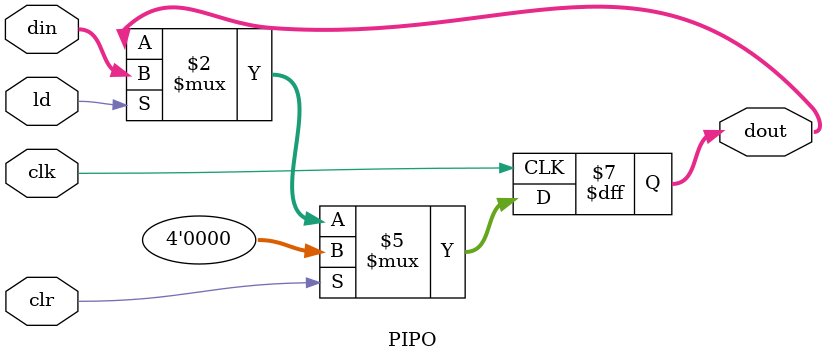
<source format=v>
`timescale 1ns / 1ps
module PIPO(dout,din,ld,clr,clk);
input [3:0] din;
input ld,clr,clk;
output reg [3:0] dout;
always @(posedge clk)
if (clr) dout <= 4'b0;
else if (ld) dout <= din;
endmodule

</source>
